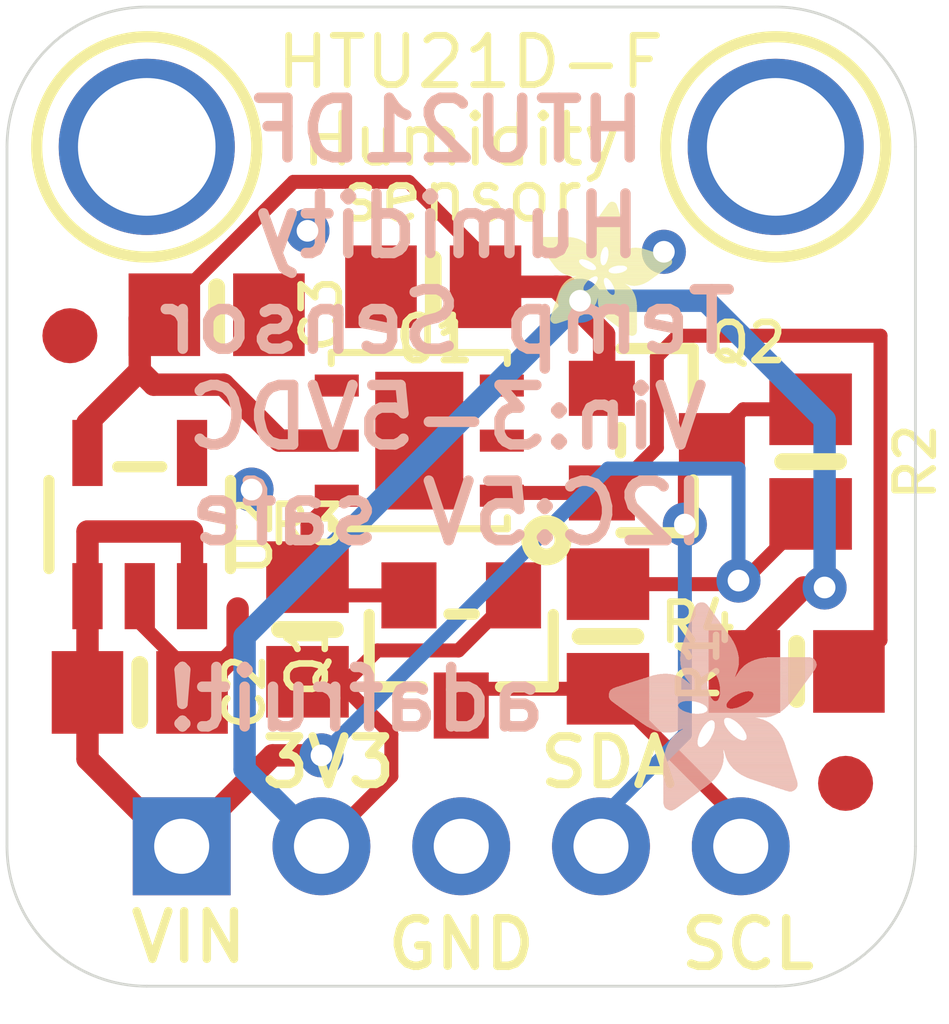
<source format=kicad_pcb>
(kicad_pcb (version 20211014) (generator pcbnew)
  (layers (0 "F.Cu" signal) (31 "B.Cu" signal) (34 "B.Paste" user) (35 "F.Paste" user) (36 "B.SilkS" user "B.Silkscreen") (37 "F.SilkS" user "F.Silkscreen") (38 "B.Mask" user) (39 "F.Mask" user) (44 "Edge.Cuts" user))
  (net 0 "")
  (net 1 "GND")
  (net 2 "SDA_3.3V")
  (net 3 "SCL_3.3V")
  (net 4 "SDA")
  (net 5 "SCL")
  (net 6 "+3V3")
  (net 7 "VIN")
  (footprint "boardEagle:SOT23-WIDE" (layer "F.Cu") (at 152.0571 103.9876 -90)
    (fp_text reference "Q2" (at -1.778 -2.413) (layer "F.SilkS") (effects (font (size 0.692831 0.692831) (thickness 0.119969)) (justify right)))
    (fp_text value "BSS138")
    (pad "1" smd rect (at -0.95 1 270) (size 1 1.2) (layers "F.Cu" "F.Paste" "F.Mask") (net 6 "+3V3"))
    (pad "2" smd rect (at 0.95 1 270) (size 1 1.2) (layers "F.Cu" "F.Paste" "F.Mask") (net 2 "SDA_3.3V"))
    (pad "3" smd rect (at 0 -1 270) (size 1 1.2) (layers "F.Cu" "F.Paste" "F.Mask") (net 4 "SDA"))
  )
  (footprint "boardEagle:ADAFRUIT_2.5MM" (layer "F.Cu") (at 149.8981 102.0826)
    (fp_text reference "U$8" hide)
    (fp_text value "" hide)
  )
  (footprint "boardEagle:FIDUCIAL_1MM" (layer "F.Cu") (at 155.4861 110.2106)
    (fp_text reference "FID2" hide)
    (fp_text value "FIDUCIAL\"\"" hide)
    (pad "1" smd roundrect (at 0 0) (size 1 1) (layers "F.Cu" "F.Mask") (roundrect_rratio 0.5))
  )
  (footprint "boardEagle:0805-NO" (layer "F.Cu") (at 145.7071 107.4166 -90)
    (fp_text reference "R3" (at -1.905 0.762) (layer "F.SilkS") (effects (font (size 0.692831 0.692831) (thickness 0.119969)) (justify left)))
    (fp_text value "10K")
    (pad "1" smd rect (at -0.95 0 270) (size 1.3 1.5) (layers "F.Cu" "F.Paste" "F.Mask") (net 3 "SCL_3.3V"))
    (pad "2" smd rect (at 0.95 0 270) (size 1.3 1.5) (layers "F.Cu" "F.Paste" "F.Mask") (net 6 "+3V3"))
  )
  (footprint "boardEagle:0805-NO" (layer "F.Cu") (at 154.8511 104.3686 90)
    (fp_text reference "R2" (at -0.762 1.905 90) (layer "F.SilkS") (effects (font (size 0.692831 0.692831) (thickness 0.119969)) (justify left)))
    (fp_text value "10K")
    (pad "1" smd rect (at -0.95 0 90) (size 1.3 1.5) (layers "F.Cu" "F.Paste" "F.Mask") (net 7 "VIN"))
    (pad "2" smd rect (at 0.95 0 90) (size 1.3 1.5) (layers "F.Cu" "F.Paste" "F.Mask") (net 4 "SDA"))
  )
  (footprint "boardEagle:FIDUCIAL_1MM" (layer "F.Cu") (at 141.3891 102.0826)
    (fp_text reference "FID1" hide)
    (fp_text value "FIDUCIAL\"\"" hide)
    (pad "1" smd roundrect (at 0 0) (size 1 1) (layers "F.Cu" "F.Mask") (roundrect_rratio 0.5))
  )
  (footprint "boardEagle:SOT23-WIDE" (layer "F.Cu") (at 148.5011 107.7976 180)
    (fp_text reference "Q1" (at 2.794 0.635 90) (layer "F.SilkS") (effects (font (size 0.692831 0.692831) (thickness 0.119969)) (justify right)))
    (fp_text value "BSS138")
    (pad "1" smd rect (at -0.95 1 180) (size 1 1.2) (layers "F.Cu" "F.Paste" "F.Mask") (net 6 "+3V3"))
    (pad "2" smd rect (at 0.95 1 180) (size 1 1.2) (layers "F.Cu" "F.Paste" "F.Mask") (net 3 "SCL_3.3V"))
    (pad "3" smd rect (at 0 -1 180) (size 1 1.2) (layers "F.Cu" "F.Paste" "F.Mask") (net 5 "SCL"))
  )
  (footprint "boardEagle:HTU21DF" (layer "F.Cu") (at 147.7391 103.9876)
    (fp_text reference "U1" (at -0.49 -1.778) (layer "F.SilkS") (effects (font (size 0.692831 0.692831) (thickness 0.119969)) (justify left)))
    (fp_text value "HTU21DF")
    (pad "1" smd rect (at -1.5 -1 90) (size 0.4 0.8) (layers "F.Cu" "F.Paste" "F.Mask"))
    (pad "2" smd rect (at -1.5 0 90) (size 0.4 0.8) (layers "F.Cu" "F.Paste" "F.Mask") (net 6 "+3V3"))
    (pad "3" smd rect (at -1.5 1 90) (size 0.4 0.8) (layers "F.Cu" "F.Paste" "F.Mask") (net 3 "SCL_3.3V"))
    (pad "4" smd rect (at 1.5 1 270) (size 0.4 0.8) (layers "F.Cu" "F.Paste" "F.Mask") (net 2 "SDA_3.3V"))
    (pad "5" smd rect (at 1.5 0 270) (size 0.4 0.8) (layers "F.Cu" "F.Paste" "F.Mask") (net 1 "GND"))
    (pad "6" smd rect (at 1.5 -1 270) (size 0.4 0.8) (layers "F.Cu" "F.Paste" "F.Mask"))
    (pad "PAD" smd rect (at 0 0) (size 1.6 2.5) (layers "F.Cu" "F.Paste" "F.Mask"))
  )
  (footprint "boardEagle:SOT23-5" (layer "F.Cu") (at 142.6591 105.5116)
    (fp_text reference "U2" (at 2.032 -0.562 90) (layer "F.SilkS") (effects (font (size 0.692831 0.692831) (thickness 0.119969)) (justify right)))
    (fp_text value "MIC5225-3.3")
    (pad "1" smd rect (at -0.95 1.3001) (size 0.55 1.2) (layers "F.Cu" "F.Paste" "F.Mask") (net 7 "VIN"))
    (pad "2" smd rect (at 0 1.3001) (size 0.55 1.2) (layers "F.Cu" "F.Paste" "F.Mask") (net 1 "GND"))
    (pad "3" smd rect (at 0.95 1.3001) (size 0.55 1.2) (layers "F.Cu" "F.Paste" "F.Mask") (net 7 "VIN"))
    (pad "4" smd rect (at 0.95 -1.3001) (size 0.55 1.2) (layers "F.Cu" "F.Paste" "F.Mask"))
    (pad "5" smd rect (at -0.95 -1.3001) (size 0.55 1.2) (layers "F.Cu" "F.Paste" "F.Mask") (net 6 "+3V3"))
  )
  (footprint "boardEagle:1X05_ROUND_70" (layer "F.Cu") (at 148.5011 111.3536)
    (fp_text reference "JP1" hide)
    (fp_text value "")
    (pad "1" thru_hole rect (at -5.08 0 90) (size 1.778 1.778) (drill 1) (layers *.Cu *.Mask) (net 7 "VIN"))
    (pad "2" thru_hole circle (at -2.54 0 90) (size 1.778 1.778) (drill 1) (layers *.Cu *.Mask) (net 6 "+3V3"))
    (pad "3" thru_hole circle (at 0 0 90) (size 1.778 1.778) (drill 1) (layers *.Cu *.Mask) (net 1 "GND"))
    (pad "4" thru_hole circle (at 2.54 0 90) (size 1.778 1.778) (drill 1) (layers *.Cu *.Mask) (net 4 "SDA"))
    (pad "5" thru_hole circle (at 5.08 0 90) (size 1.778 1.778) (drill 1) (layers *.Cu *.Mask) (net 5 "SCL"))
  )
  (footprint "boardEagle:0805-NO" (layer "F.Cu") (at 151.1681 107.5436 90)
    (fp_text reference "R1" (at -1.27 1.651 90) (layer "F.SilkS") (effects (font (size 0.692831 0.692831) (thickness 0.119969)) (justify left)))
    (fp_text value "10K")
    (pad "1" smd rect (at -0.95 0 90) (size 1.3 1.5) (layers "F.Cu" "F.Paste" "F.Mask") (net 5 "SCL"))
    (pad "2" smd rect (at 0.95 0 90) (size 1.3 1.5) (layers "F.Cu" "F.Paste" "F.Mask") (net 7 "VIN"))
  )
  (footprint "boardEagle:MOUNTINGHOLE_2.5_PLATED" (layer "F.Cu") (at 142.7861 98.6536)
    (fp_text reference "U$3" hide)
    (fp_text value "MOUNTINGHOLE2.5" hide)
    (pad "P$1" thru_hole circle (at 0 0) (size 3.2 3.2) (drill 2.5) (layers *.Cu *.Mask))
  )
  (footprint "boardEagle:0805-NO" (layer "F.Cu") (at 142.6591 108.5596)
    (fp_text reference "C2" (at 1.905 -0.762 90) (layer "F.SilkS") (effects (font (size 0.692831 0.692831) (thickness 0.119969)) (justify right)))
    (fp_text value "10uF")
    (pad "1" smd rect (at -0.95 0) (size 1.3 1.5) (layers "F.Cu" "F.Paste" "F.Mask") (net 7 "VIN"))
    (pad "2" smd rect (at 0.95 0) (size 1.3 1.5) (layers "F.Cu" "F.Paste" "F.Mask") (net 1 "GND"))
  )
  (footprint "boardEagle:0805-NO" (layer "F.Cu") (at 144.0561 101.7016)
    (fp_text reference "C3" (at 1.905 -0.762 90) (layer "F.SilkS") (effects (font (size 0.692831 0.692831) (thickness 0.119969)) (justify right)))
    (fp_text value "10uF")
    (pad "1" smd rect (at -0.95 0) (size 1.3 1.5) (layers "F.Cu" "F.Paste" "F.Mask") (net 6 "+3V3"))
    (pad "2" smd rect (at 0.95 0) (size 1.3 1.5) (layers "F.Cu" "F.Paste" "F.Mask") (net 1 "GND"))
  )
  (footprint "boardEagle:MOUNTINGHOLE_2.5_PLATED" (layer "F.Cu") (at 154.2161 98.6536)
    (fp_text reference "U$4" hide)
    (fp_text value "MOUNTINGHOLE2.5" hide)
    (pad "P$1" thru_hole circle (at 0 0) (size 3.2 3.2) (drill 2.5) (layers *.Cu *.Mask))
  )
  (footprint "boardEagle:0805-NO" (layer "F.Cu") (at 147.9931 101.1936 180)
    (fp_text reference "C1" (at -0.762 -0.889) (layer "F.SilkS") (effects (font (size 0.692831 0.692831) (thickness 0.119969)) (justify right)))
    (fp_text value "0.1uF")
    (pad "1" smd rect (at -0.95 0 180) (size 1.3 1.5) (layers "F.Cu" "F.Paste" "F.Mask") (net 6 "+3V3"))
    (pad "2" smd rect (at 0.95 0 180) (size 1.3 1.5) (layers "F.Cu" "F.Paste" "F.Mask") (net 1 "GND"))
  )
  (footprint "boardEagle:0805-NO" (layer "F.Cu") (at 154.5971 108.1786)
    (fp_text reference "R4" (at -2.54 -0.889) (layer "F.SilkS") (effects (font (size 0.692831 0.692831) (thickness 0.119969)) (justify left)))
    (fp_text value "10K")
    (pad "1" smd rect (at -0.95 0) (size 1.3 1.5) (layers "F.Cu" "F.Paste" "F.Mask") (net 6 "+3V3"))
    (pad "2" smd rect (at 0.95 0) (size 1.3 1.5) (layers "F.Cu" "F.Paste" "F.Mask") (net 2 "SDA_3.3V"))
  )
  (footprint "boardEagle:ADAFRUIT_3.5MM" (layer "B.Cu") (at 154.9781 110.7186 180)
    (fp_text reference "U$1" hide)
    (fp_text value "" hide)
  )
  (gr_line (start 156.7561 98.6536) (end 156.7561 111.3536) (layer "Edge.Cuts") (width 0.05))
  (gr_arc (start 156.7561 111.3536) (mid 156.012151 113.149651) (end 154.2161 113.8936) (layer "Edge.Cuts") (width 0.05))
  (gr_line (start 140.2461 111.3536) (end 140.2461 98.6536) (layer "Edge.Cuts") (width 0.05))
  (gr_line (start 142.7861 96.1136) (end 154.2161 96.1136) (layer "Edge.Cuts") (width 0.05))
  (gr_line (start 154.2161 113.8936) (end 142.7861 113.8936) (layer "Edge.Cuts") (width 0.05))
  (gr_arc (start 154.2161 96.1136) (mid 156.012151 96.857549) (end 156.7561 98.6536) (layer "Edge.Cuts") (width 0.05))
  (gr_arc (start 140.2461 98.6536) (mid 140.990049 96.857549) (end 142.7861 96.1136) (layer "Edge.Cuts") (width 0.05))
  (gr_arc (start 142.7861 113.8936) (mid 140.990049 113.149651) (end 140.2461 111.3536) (layer "Edge.Cuts") (width 0.05))
  (gr_text "adafruit!" (at 146.5961 108.6866) (layer "B.SilkS") (effects (font (size 1.0795 1.0795) (thickness 0.1905)) (justify mirror)))
  (gr_text "HTU21DF\nHumidity\nTemp Sensor\nVin:3-5VDC\nI2C:5V safe" (at 148.2471 101.8286) (layer "B.SilkS") (effects (font (size 1.0795 1.0795) (thickness 0.1905)) (justify mirror)))
  (gr_text "sensor" (at 148.5011 99.5426) (layer "F.SilkS") (effects (font (size 0.89408 0.89408) (thickness 0.12192))))
  (gr_text "Humidity" (at 148.5011 98.5266) (layer "F.SilkS") (effects (font (size 0.89408 0.89408) (thickness 0.12192))))
  (gr_text "HTU21D-F" (at 145.0721 97.6376) (layer "F.SilkS") (effects (font (size 0.89408 0.89408) (thickness 0.12192)) (justify left bottom)))
  (gr_text "3V3" (at 146.0881 109.8296) (layer "F.SilkS") (effects (font (size 0.8636 0.8636) (thickness 0.1524))))
  (gr_text "VIN" (at 143.5481 113.0046) (layer "F.SilkS") (effects (font (size 0.8636 0.8636) (thickness 0.1524))))
  (gr_text "SCL" (at 153.7081 113.1316) (layer "F.SilkS") (effects (font (size 0.8636 0.8636) (thickness 0.1524))))
  (gr_text "GND" (at 148.5011 113.1316) (layer "F.SilkS") (effects (font (size 0.8636 0.8636) (thickness 0.1524))))
  (gr_text "SDA" (at 151.1681 109.8296) (layer "F.SilkS") (effects (font (size 0.8636 0.8636) (thickness 0.1524))))
  (segment (start 143.4211 108.0516) (end 143.4211 108.3716) (width 0.254) (layer "F.Cu") (net 1))
  (segment (start 144.4371 107.7976) (end 144.4371 107.0356) (width 0.4064) (layer "F.Cu") (net 1))
  (segment (start 143.4211 108.3716) (end 143.6091 108.5596) (width 0.254) (layer "F.Cu") (net 1))
  (segment (start 142.6591 106.8117) (end 142.6591 107.2896) (width 0.254) (layer "F.Cu") (net 1))
  (segment (start 143.6751 108.5596) (end 144.4371 107.7976) (width 0.4064) (layer "F.Cu") (net 1))
  (segment (start 143.6091 108.5596) (end 143.6751 108.5596) (width 0.4064) (layer "F.Cu") (net 1))
  (segment (start 142.6591 107.2896) (end 143.4211 108.0516) (width 0.254) (layer "F.Cu") (net 1))
  (via (at 145.7071 100.1776) (size 0.8001) (drill 0.3937) (layers "F.Cu" "B.Cu") (net 1))
  (via (at 152.1841 100.5586) (size 0.8001) (drill 0.3937) (layers "F.Cu" "B.Cu") (net 1))
  (via (at 144.6911 104.8766) (size 0.8001) (drill 0.3937) (layers "F.Cu" "B.Cu") (net 1))
  (segment (start 156.1211 107.6096) (end 156.1211 102.0826) (width 0.254) (layer "F.Cu") (net 2))
  (segment (start 152.0571 102.4636) (end 152.0571 104.1146) (width 0.254) (layer "F.Cu") (net 2))
  (segment (start 152.4381 102.0826) (end 152.0571 102.4636) (width 0.254) (layer "F.Cu") (net 2))
  (segment (start 156.1211 107.6096) (end 155.5521 108.1786) (width 0.254) (layer "F.Cu") (net 2))
  (segment (start 151.0571 104.9376) (end 150.8031 104.9376) (width 0.254) (layer "F.Cu") (net 2))
  (segment (start 155.5521 108.1786) (end 155.5471 108.1786) (width 0.254) (layer "F.Cu") (net 2))
  (segment (start 152.0571 104.1146) (end 151.2341 104.9376) (width 0.254) (layer "F.Cu") (net 2))
  (segment (start 150.7531 104.9876) (end 150.8031 104.9376) (width 0.254) (layer "F.Cu") (net 2))
  (segment (start 149.2891 104.9376) (end 150.8031 104.9376) (width 0.254) (layer "F.Cu") (net 2))
  (segment (start 156.1211 102.0826) (end 152.4381 102.0826) (width 0.254) (layer "F.Cu") (net 2))
  (segment (start 149.2391 104.9876) (end 149.2891 104.9376) (width 0.254) (layer "F.Cu") (net 2))
  (segment (start 151.2341 104.9376) (end 151.0571 104.9376) (width 0.254) (layer "F.Cu") (net 2))
  (segment (start 145.7071 105.5196) (end 145.7071 106.4666) (width 0.254) (layer "F.Cu") (net 3))
  (segment (start 146.2391 104.9876) (end 145.7071 105.5196) (width 0.254) (layer "F.Cu") (net 3))
  (segment (start 145.7071 106.4666) (end 146.0381 106.7976) (width 0.254) (layer "F.Cu") (net 3))
  (segment (start 146.0381 106.7976) (end 147.5511 106.7976) (width 0.254) (layer "F.Cu") (net 3))
  (segment (start 153.0571 103.9876) (end 152.5651 104.4796) (width 0.254) (layer "F.Cu") (net 4))
  (segment (start 152.5651 104.4796) (end 152.5651 105.5116) (width 0.254) (layer "F.Cu") (net 4))
  (segment (start 153.6261 103.4186) (end 154.8511 103.4186) (width 0.254) (layer "F.Cu") (net 4))
  (segment (start 153.0571 103.9876) (end 153.6261 103.4186) (width 0.254) (layer "F.Cu") (net 4))
  (via (at 152.5651 105.5116) (size 0.8001) (drill 0.3937) (layers "F.Cu" "B.Cu") (net 4))
  (segment (start 152.5651 109.3216) (end 151.0411 110.8456) (width 0.254) (layer "B.Cu") (net 4))
  (segment (start 152.5651 109.3216) (end 152.5651 105.5116) (width 0.254) (layer "B.Cu") (net 4))
  (segment (start 151.0411 110.8456) (end 151.0411 111.3536) (width 0.254) (layer "B.Cu") (net 4))
  (segment (start 148.8051 108.4936) (end 151.1681 108.4936) (width 0.254) (layer "F.Cu") (net 5))
  (segment (start 151.1681 108.4936) (end 153.5811 110.9066) (width 0.254) (layer "F.Cu") (net 5))
  (segment (start 148.5011 108.7976) (end 148.8051 108.4936) (width 0.254) (layer "F.Cu") (net 5))
  (segment (start 153.5811 110.9066) (end 153.5811 111.3536) (width 0.254) (layer "F.Cu") (net 5))
  (segment (start 145.4531 99.2886) (end 143.1061 101.6356) (width 0.254) (layer "F.Cu") (net 6))
  (segment (start 153.6471 108.1786) (end 153.6471 107.7316) (width 0.4064) (layer "F.Cu") (net 6))
  (segment (start 151.098831 102.063332) (end 151.098831 102.995869) (width 0.4064) (layer "F.Cu") (net 6))
  (segment (start 145.7071 111.0996) (end 145.9611 111.3536) (width 0.254) (layer "F.Cu") (net 6))
  (segment (start 146.2151 111.0996) (end 145.7071 111.0996) (width 0.254) (layer "F.Cu") (net 6))
  (segment (start 148.9431 101.1936) (end 148.9431 100.6856) (width 0.254) (layer "F.Cu") (net 6))
  (segment (start 146.2761 108.3666) (end 145.7071 108.3666) (width 0.254) (layer "F.Cu") (net 6))
  (segment (start 150.2291 101.1936) (end 151.098831 102.063332) (width 0.4064) (layer "F.Cu") (net 6))
  (segment (start 141.7091 104.2115) (end 141.7091 103.6676) (width 0.4064) (layer "F.Cu") (net 6))
  (segment (start 151.098831 102.995869) (end 151.0571 103.0376) (width 0.4064) (layer "F.Cu") (net 6))
  (segment (start 142.6591 102.7176) (end 142.6591 101.7676) (width 0.4064) (layer "F.Cu") (net 6))
  (segment (start 143.1061 101.6356) (end 143.1061 101.7016) (width 0.254) (layer "F.Cu") (net 6))
  (segment (start 153.6471 107.7316) (end 154.7241 106.6546) (width 0.4064) (layer "F.Cu") (net 6))
  (segment (start 149.4511 106.7976) (end 148.4511 107.7976) (width 0.254) (layer "F.Cu") (net 6))
  (segment (start 147.2311 110.0836) (end 146.2151 111.0996) (width 0.254) (layer "F.Cu") (net 6))
  (segment (start 142.6591 102.7176) (end 142.9131 102.9716) (width 0.4064) (layer "F.Cu") (net 6))
  (segment (start 142.6591 101.7676) (end 143.0401 101.7676) (width 0.4064) (layer "F.Cu") (net 6))
  (segment (start 146.2761 108.3666) (end 147.2311 109.3216) (width 0.254) (layer "F.Cu") (net 6))
  (segment (start 146.9771 107.7976) (end 146.4081 108.3666) (width 0.254) (layer "F.Cu") (net 6))
  (segment (start 148.9431 101.1936) (end 150.2291 101.1936) (width 0.4064) (layer "F.Cu") (net 6))
  (segment (start 147.2311 109.3216) (end 147.2311 110.0836) (width 0.254) (layer "F.Cu") (net 6))
  (segment (start 150.4061 101.1936) (end 150.6601 101.4476) (width 0.4064) (layer "F.Cu") (net 6))
  (segment (start 145.1991 103.9876) (end 146.2391 103.9876) (width 0.4064) (layer "F.Cu") (net 6))
  (segment (start 147.5461 99.2886) (end 145.4531 99.2886) (width 0.254) (layer "F.Cu") (net 6))
  (segment (start 148.9431 100.6856) (end 147.5461 99.2886) (width 0.254) (layer "F.Cu") (net 6))
  (segment (start 154.7241 106.6546) (end 155.1051 106.6546) (width 0.4064) (layer "F.Cu") (net 6))
  (segment (start 142.9131 102.9716) (end 144.1831 102.9716) (width 0.4064) (layer "F.Cu") (net 6))
  (segment (start 146.4081 108.3666) (end 145.7071 108.3666) (width 0.254) (layer "F.Cu") (net 6))
  (segment (start 141.7091 103.6676) (end 142.6591 102.7176) (width 0.4064) (layer "F.Cu") (net 6))
  (segment (start 143.0401 101.7676) (end 143.1061 101.7016) (width 0.4064) (layer "F.Cu") (net 6))
  (segment (start 148.4511 107.7976) (end 146.9771 107.7976) (width 0.254) (layer "F.Cu") (net 6))
  (segment (start 150.2291 101.1936) (end 150.4061 101.1936) (width 0.4064) (layer "F.Cu") (net 6))
  (segment (start 144.1831 102.9716) (end 145.1991 103.9876) (width 0.4064) (layer "F.Cu") (net 6))
  (via (at 155.1051 106.6546) (size 0.8001) (drill 0.3937) (layers "F.Cu" "B.Cu") (net 6))
  (via (at 150.6601 101.4476) (size 0.8001) (drill 0.3937) (layers "F.Cu" "B.Cu") (net 6))
  (segment (start 152.9461 101.4476) (end 150.6601 101.4476) (width 0.4064) (layer "B.Cu") (net 6))
  (segment (start 150.6601 101.4476) (end 144.5641 107.5436) (width 0.4064) (layer "B.Cu") (net 6))
  (segment (start 144.5641 107.5436) (end 144.5641 109.9566) (width 0.4064) (layer "B.Cu") (net 6))
  (segment (start 155.1051 106.6546) (end 155.1051 103.6066) (width 0.4064) (layer "B.Cu") (net 6))
  (segment (start 155.1051 103.6066) (end 152.9461 101.4476) (width 0.4064) (layer "B.Cu") (net 6))
  (segment (start 144.5641 109.9566) (end 145.9611 111.3536) (width 0.4064) (layer "B.Cu") (net 6))
  (segment (start 141.7091 105.6386) (end 143.6091 105.6386) (width 0.4064) (layer "F.Cu") (net 7))
  (segment (start 141.7091 106.8117) (end 141.7091 105.6386) (width 0.4064) (layer "F.Cu") (net 7))
  (segment (start 145.0721 109.7026) (end 143.4211 111.3536) (width 0.4064) (layer "F.Cu") (net 7))
  (segment (start 145.9611 109.7026) (end 145.0721 109.7026) (width 0.4064) (layer "F.Cu") (net 7))
  (segment (start 153.640568 106.529132) (end 153.54009 106.529132) (width 0.254) (layer "F.Cu") (net 7))
  (segment (start 141.7091 109.7686) (end 143.2941 111.3536) (width 0.4064) (layer "F.Cu") (net 7))
  (segment (start 143.2941 111.3536) (end 143.4211 111.3536) (width 0.4064) (layer "F.Cu") (net 7))
  (segment (start 153.475621 106.5936) (end 151.1681 106.5936) (width 0.254) (layer "F.Cu") (net 7))
  (segment (start 141.7091 108.5596) (end 141.7091 106.8117) (width 0.4064) (layer "F.Cu") (net 7))
  (segment (start 141.7091 108.5596) (end 141.7091 109.7686) (width 0.4064) (layer "F.Cu") (net 7))
  (segment (start 143.6091 105.6386) (end 143.6091 106.8117) (width 0.4064) (layer "F.Cu") (net 7))
  (segment (start 153.54009 106.529132) (end 153.475621 106.5936) (width 0.254) (layer "F.Cu") (net 7))
  (segment (start 154.8511 105.3186) (end 153.640568 106.529132) (width 0.254) (layer "F.Cu") (net 7))
  (via (at 145.9611 109.7026) (size 0.8001) (drill 0.3937) (layers "F.Cu" "B.Cu") (net 7))
  (via (at 153.54009 106.529132) (size 0.8001) (drill 0.3937) (layers "F.Cu" "B.Cu") (net 7))
  (segment (start 153.54009 104.4956) (end 151.1681 104.4956) (width 0.254) (layer "B.Cu") (net 7))
  (segment (start 153.54009 106.529132) (end 153.54009 104.4956) (width 0.254) (layer "B.Cu") (net 7))
  (segment (start 151.1681 104.4956) (end 145.9611 109.7026) (width 0.254) (layer "B.Cu") (net 7))
)
</source>
